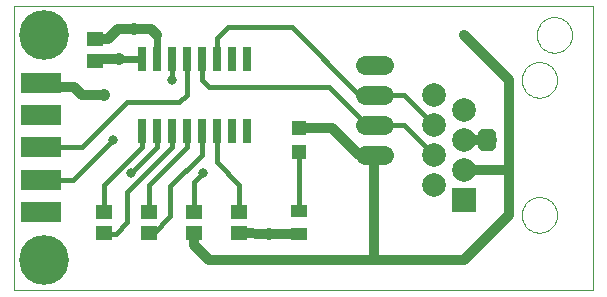
<source format=gtl>
G75*
%MOIN*%
%OFA0B0*%
%FSLAX24Y24*%
%IPPOS*%
%LPD*%
%AMOC8*
5,1,8,0,0,1.08239X$1,22.5*
%
%ADD10C,0.0000*%
%ADD11R,0.0260X0.0800*%
%ADD12R,0.0571X0.0453*%
%ADD13R,0.0551X0.0413*%
%ADD14R,0.0472X0.0472*%
%ADD15C,0.0787*%
%ADD16R,0.0787X0.0787*%
%ADD17R,0.1378X0.0669*%
%ADD18C,0.0640*%
%ADD19C,0.0160*%
%ADD20C,0.0320*%
%ADD21C,0.0240*%
%ADD22C,0.0413*%
%ADD23C,0.0356*%
%ADD24C,0.0317*%
%ADD25C,0.1660*%
D10*
X004680Y002050D02*
X004680Y011499D01*
X023971Y011499D01*
X023971Y002050D01*
X004680Y002050D01*
X021589Y004550D02*
X021591Y004598D01*
X021597Y004646D01*
X021607Y004693D01*
X021620Y004739D01*
X021638Y004784D01*
X021658Y004828D01*
X021683Y004870D01*
X021711Y004909D01*
X021741Y004946D01*
X021775Y004980D01*
X021812Y005012D01*
X021850Y005041D01*
X021891Y005066D01*
X021934Y005088D01*
X021979Y005106D01*
X022025Y005120D01*
X022072Y005131D01*
X022120Y005138D01*
X022168Y005141D01*
X022216Y005140D01*
X022264Y005135D01*
X022312Y005126D01*
X022358Y005114D01*
X022403Y005097D01*
X022447Y005077D01*
X022489Y005054D01*
X022529Y005027D01*
X022567Y004997D01*
X022602Y004964D01*
X022634Y004928D01*
X022664Y004890D01*
X022690Y004849D01*
X022712Y004806D01*
X022732Y004762D01*
X022747Y004717D01*
X022759Y004670D01*
X022767Y004622D01*
X022771Y004574D01*
X022771Y004526D01*
X022767Y004478D01*
X022759Y004430D01*
X022747Y004383D01*
X022732Y004338D01*
X022712Y004294D01*
X022690Y004251D01*
X022664Y004210D01*
X022634Y004172D01*
X022602Y004136D01*
X022567Y004103D01*
X022529Y004073D01*
X022489Y004046D01*
X022447Y004023D01*
X022403Y004003D01*
X022358Y003986D01*
X022312Y003974D01*
X022264Y003965D01*
X022216Y003960D01*
X022168Y003959D01*
X022120Y003962D01*
X022072Y003969D01*
X022025Y003980D01*
X021979Y003994D01*
X021934Y004012D01*
X021891Y004034D01*
X021850Y004059D01*
X021812Y004088D01*
X021775Y004120D01*
X021741Y004154D01*
X021711Y004191D01*
X021683Y004230D01*
X021658Y004272D01*
X021638Y004316D01*
X021620Y004361D01*
X021607Y004407D01*
X021597Y004454D01*
X021591Y004502D01*
X021589Y004550D01*
X021589Y009050D02*
X021591Y009098D01*
X021597Y009146D01*
X021607Y009193D01*
X021620Y009239D01*
X021638Y009284D01*
X021658Y009328D01*
X021683Y009370D01*
X021711Y009409D01*
X021741Y009446D01*
X021775Y009480D01*
X021812Y009512D01*
X021850Y009541D01*
X021891Y009566D01*
X021934Y009588D01*
X021979Y009606D01*
X022025Y009620D01*
X022072Y009631D01*
X022120Y009638D01*
X022168Y009641D01*
X022216Y009640D01*
X022264Y009635D01*
X022312Y009626D01*
X022358Y009614D01*
X022403Y009597D01*
X022447Y009577D01*
X022489Y009554D01*
X022529Y009527D01*
X022567Y009497D01*
X022602Y009464D01*
X022634Y009428D01*
X022664Y009390D01*
X022690Y009349D01*
X022712Y009306D01*
X022732Y009262D01*
X022747Y009217D01*
X022759Y009170D01*
X022767Y009122D01*
X022771Y009074D01*
X022771Y009026D01*
X022767Y008978D01*
X022759Y008930D01*
X022747Y008883D01*
X022732Y008838D01*
X022712Y008794D01*
X022690Y008751D01*
X022664Y008710D01*
X022634Y008672D01*
X022602Y008636D01*
X022567Y008603D01*
X022529Y008573D01*
X022489Y008546D01*
X022447Y008523D01*
X022403Y008503D01*
X022358Y008486D01*
X022312Y008474D01*
X022264Y008465D01*
X022216Y008460D01*
X022168Y008459D01*
X022120Y008462D01*
X022072Y008469D01*
X022025Y008480D01*
X021979Y008494D01*
X021934Y008512D01*
X021891Y008534D01*
X021850Y008559D01*
X021812Y008588D01*
X021775Y008620D01*
X021741Y008654D01*
X021711Y008691D01*
X021683Y008730D01*
X021658Y008772D01*
X021638Y008816D01*
X021620Y008861D01*
X021607Y008907D01*
X021597Y008954D01*
X021591Y009002D01*
X021589Y009050D01*
X022089Y010550D02*
X022091Y010598D01*
X022097Y010646D01*
X022107Y010693D01*
X022120Y010739D01*
X022138Y010784D01*
X022158Y010828D01*
X022183Y010870D01*
X022211Y010909D01*
X022241Y010946D01*
X022275Y010980D01*
X022312Y011012D01*
X022350Y011041D01*
X022391Y011066D01*
X022434Y011088D01*
X022479Y011106D01*
X022525Y011120D01*
X022572Y011131D01*
X022620Y011138D01*
X022668Y011141D01*
X022716Y011140D01*
X022764Y011135D01*
X022812Y011126D01*
X022858Y011114D01*
X022903Y011097D01*
X022947Y011077D01*
X022989Y011054D01*
X023029Y011027D01*
X023067Y010997D01*
X023102Y010964D01*
X023134Y010928D01*
X023164Y010890D01*
X023190Y010849D01*
X023212Y010806D01*
X023232Y010762D01*
X023247Y010717D01*
X023259Y010670D01*
X023267Y010622D01*
X023271Y010574D01*
X023271Y010526D01*
X023267Y010478D01*
X023259Y010430D01*
X023247Y010383D01*
X023232Y010338D01*
X023212Y010294D01*
X023190Y010251D01*
X023164Y010210D01*
X023134Y010172D01*
X023102Y010136D01*
X023067Y010103D01*
X023029Y010073D01*
X022989Y010046D01*
X022947Y010023D01*
X022903Y010003D01*
X022858Y009986D01*
X022812Y009974D01*
X022764Y009965D01*
X022716Y009960D01*
X022668Y009959D01*
X022620Y009962D01*
X022572Y009969D01*
X022525Y009980D01*
X022479Y009994D01*
X022434Y010012D01*
X022391Y010034D01*
X022350Y010059D01*
X022312Y010088D01*
X022275Y010120D01*
X022241Y010154D01*
X022211Y010191D01*
X022183Y010230D01*
X022158Y010272D01*
X022138Y010316D01*
X022120Y010361D01*
X022107Y010407D01*
X022097Y010454D01*
X022091Y010502D01*
X022089Y010550D01*
D11*
X012430Y009760D03*
X011930Y009760D03*
X011430Y009760D03*
X010930Y009760D03*
X010430Y009760D03*
X009930Y009760D03*
X009430Y009760D03*
X008930Y009760D03*
X008930Y007340D03*
X009430Y007340D03*
X009930Y007340D03*
X010430Y007340D03*
X010930Y007340D03*
X011430Y007340D03*
X011930Y007340D03*
X012430Y007340D03*
D12*
X012180Y004654D03*
X012180Y003946D03*
X010680Y003946D03*
X010680Y004654D03*
X009180Y004654D03*
X009180Y003946D03*
X007680Y003946D03*
X007680Y004654D03*
X007380Y009696D03*
X007380Y010404D03*
D13*
X014180Y004674D03*
X014180Y003926D03*
D14*
X014180Y006637D03*
X014180Y007463D03*
D15*
X018680Y007550D03*
X019680Y007050D03*
X018680Y006550D03*
X019680Y006050D03*
X018680Y005550D03*
X019680Y008050D03*
X018680Y008550D03*
D16*
X019680Y005050D03*
D17*
X005560Y004640D03*
X005560Y005720D03*
X005560Y006800D03*
X005560Y007880D03*
X005560Y008960D03*
D18*
X016360Y008550D02*
X017000Y008550D01*
X017000Y007550D02*
X016360Y007550D01*
X016360Y006550D02*
X017000Y006550D01*
X017000Y009550D02*
X016360Y009550D01*
D19*
X015180Y008800D02*
X016430Y007550D01*
X016680Y007550D01*
X017680Y007550D01*
X018680Y006550D01*
X018680Y007550D02*
X017680Y008550D01*
X016680Y008550D01*
X016180Y008550D01*
X013930Y010800D01*
X011784Y010800D01*
X011430Y010446D01*
X011430Y009760D01*
X010930Y009760D02*
X010930Y009050D01*
X011180Y008800D01*
X015180Y008800D01*
X011430Y007340D02*
X011430Y006300D01*
X012180Y005550D01*
X012180Y004654D01*
X010680Y004654D02*
X010680Y005650D01*
X010980Y005950D01*
X010930Y006550D02*
X010930Y007340D01*
X010430Y007340D02*
X010430Y006800D01*
X009180Y005550D01*
X009180Y004654D01*
X009880Y004500D02*
X009880Y005500D01*
X010930Y006550D01*
X009930Y006800D02*
X009930Y007340D01*
X009430Y007340D02*
X009430Y006800D01*
X008580Y005950D01*
X008930Y006800D02*
X007680Y005550D01*
X007680Y004654D01*
X008056Y003926D02*
X008430Y004300D01*
X008430Y005300D01*
X009930Y006800D01*
X008930Y006800D02*
X008930Y007340D01*
X007950Y007050D02*
X006620Y005720D01*
X005560Y005720D01*
X005560Y006800D02*
X006930Y006800D01*
X008430Y008300D01*
X010180Y008300D01*
X010430Y008550D01*
X010430Y009760D01*
X009930Y009760D02*
X009930Y009050D01*
X014180Y006637D02*
X014180Y004674D01*
X009880Y004500D02*
X009306Y003926D01*
X009180Y003946D01*
X008056Y003926D02*
X007680Y003946D01*
D20*
X010680Y003946D02*
X010680Y003550D01*
X011180Y003050D01*
X016680Y003050D01*
X016680Y006550D01*
X016180Y006550D01*
X015267Y007463D01*
X014180Y007463D01*
X019680Y007050D02*
X020334Y007050D01*
X019680Y007050D01*
X019680Y007050D01*
X020303Y006850D02*
X020323Y006922D01*
X020334Y007007D01*
X020334Y007050D01*
X020334Y007093D01*
X020323Y007178D01*
X020303Y007250D01*
X020580Y007250D01*
X020580Y006850D01*
X020303Y006850D01*
X020327Y007146D02*
X020580Y007146D01*
X021180Y006050D02*
X019680Y006050D01*
X021180Y006050D02*
X021180Y009050D01*
X019680Y010550D01*
X021180Y006050D02*
X021180Y004550D01*
X019680Y003050D01*
X016680Y003050D01*
X014180Y003926D02*
X013180Y003926D01*
X012180Y003946D01*
X012206Y003900D01*
X007680Y008550D02*
X006930Y008550D01*
X006680Y008800D01*
X005460Y008800D01*
X005430Y008830D01*
X005560Y008960D01*
X007380Y009696D02*
X007454Y009750D01*
X008180Y009750D01*
X008190Y009760D01*
X007804Y010424D02*
X007380Y010404D01*
X007804Y010424D02*
X008130Y010750D01*
X008680Y010750D01*
X009230Y010750D01*
X009430Y010550D01*
D21*
X009430Y009760D01*
X008930Y009760D02*
X008190Y009760D01*
D22*
X008180Y009750D03*
X008680Y010750D03*
X007680Y008550D03*
X013180Y003926D03*
X020580Y007050D03*
D23*
X019680Y010550D03*
D24*
X010980Y005950D03*
X008580Y005950D03*
X007950Y007050D03*
X009930Y009050D03*
D25*
X005680Y010550D03*
X005680Y003050D03*
M02*

</source>
